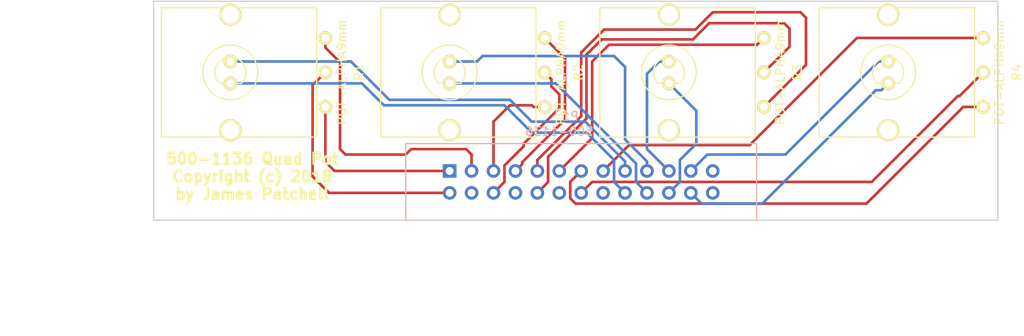
<source format=kicad_pcb>
(kicad_pcb (version 20171130) (host pcbnew "(5.0.1)-3")

  (general
    (thickness 1.6)
    (drawings 7)
    (tracks 126)
    (zones 0)
    (modules 5)
    (nets 21)
  )

  (page A)
  (title_block
    (title 500-1036)
  )

  (layers
    (0 F.Cu signal)
    (31 B.Cu signal)
    (32 B.Adhes user)
    (33 F.Adhes user)
    (34 B.Paste user)
    (35 F.Paste user)
    (36 B.SilkS user)
    (37 F.SilkS user)
    (38 B.Mask user)
    (39 F.Mask user)
    (40 Dwgs.User user)
    (41 Cmts.User user)
    (42 Eco1.User user)
    (43 Eco2.User user)
    (44 Edge.Cuts user)
    (45 Margin user)
    (46 B.CrtYd user)
    (47 F.CrtYd user)
    (48 B.Fab user)
    (49 F.Fab user)
  )

  (setup
    (last_trace_width 0.3048)
    (trace_clearance 0.3048)
    (zone_clearance 0.508)
    (zone_45_only no)
    (trace_min 0.2)
    (segment_width 0.2)
    (edge_width 0.15)
    (via_size 1.5748)
    (via_drill 0.9144)
    (via_min_size 0.4)
    (via_min_drill 0.3)
    (uvia_size 0.3)
    (uvia_drill 0.1)
    (uvias_allowed no)
    (uvia_min_size 0.2)
    (uvia_min_drill 0.1)
    (pcb_text_width 0.3)
    (pcb_text_size 1.5 1.5)
    (mod_edge_width 0.15)
    (mod_text_size 1 1)
    (mod_text_width 0.15)
    (pad_size 1.524 1.524)
    (pad_drill 0.762)
    (pad_to_mask_clearance 0.051)
    (solder_mask_min_width 0.25)
    (aux_axis_origin 0 0)
    (visible_elements FFFFFF7F)
    (pcbplotparams
      (layerselection 0x010f0_ffffffff)
      (usegerberextensions false)
      (usegerberattributes false)
      (usegerberadvancedattributes false)
      (creategerberjobfile false)
      (excludeedgelayer true)
      (linewidth 0.100000)
      (plotframeref false)
      (viasonmask false)
      (mode 1)
      (useauxorigin false)
      (hpglpennumber 1)
      (hpglpenspeed 20)
      (hpglpendiameter 15.000000)
      (psnegative false)
      (psa4output false)
      (plotreference true)
      (plotvalue true)
      (plotinvisibletext false)
      (padsonsilk false)
      (subtractmaskfromsilk false)
      (outputformat 1)
      (mirror false)
      (drillshape 0)
      (scaleselection 1)
      (outputdirectory "CAM/"))
  )

  (net 0 "")
  (net 1 "Net-(P1-Pad1)")
  (net 2 "Net-(P1-Pad2)")
  (net 3 "Net-(P1-Pad3)")
  (net 4 "Net-(P1-Pad5)")
  (net 5 "Net-(P1-Pad6)")
  (net 6 "Net-(P1-Pad7)")
  (net 7 "Net-(P1-Pad9)")
  (net 8 "Net-(P1-Pad10)")
  (net 9 "Net-(P1-Pad11)")
  (net 10 "Net-(P1-Pad13)")
  (net 11 "Net-(P1-Pad14)")
  (net 12 "Net-(P1-Pad15)")
  (net 13 "Net-(P1-Pad17)")
  (net 14 "Net-(P1-Pad18)")
  (net 15 "Net-(P1-Pad19)")
  (net 16 "Net-(P1-Pad20)")
  (net 17 "Net-(P1-Pad21)")
  (net 18 "Net-(P1-Pad22)")
  (net 19 "Net-(P1-Pad23)")
  (net 20 "Net-(P1-Pad24)")

  (net_class Default "This is the default net class."
    (clearance 0.3048)
    (trace_width 0.3048)
    (via_dia 1.5748)
    (via_drill 0.9144)
    (uvia_dia 0.3)
    (uvia_drill 0.1)
    (add_net "Net-(P1-Pad1)")
    (add_net "Net-(P1-Pad10)")
    (add_net "Net-(P1-Pad11)")
    (add_net "Net-(P1-Pad13)")
    (add_net "Net-(P1-Pad14)")
    (add_net "Net-(P1-Pad15)")
    (add_net "Net-(P1-Pad17)")
    (add_net "Net-(P1-Pad18)")
    (add_net "Net-(P1-Pad19)")
    (add_net "Net-(P1-Pad2)")
    (add_net "Net-(P1-Pad20)")
    (add_net "Net-(P1-Pad21)")
    (add_net "Net-(P1-Pad22)")
    (add_net "Net-(P1-Pad23)")
    (add_net "Net-(P1-Pad24)")
    (add_net "Net-(P1-Pad3)")
    (add_net "Net-(P1-Pad5)")
    (add_net "Net-(P1-Pad6)")
    (add_net "Net-(P1-Pad7)")
    (add_net "Net-(P1-Pad9)")
  )

  (module FootPrints:IDC13x2_Vert (layer B.Cu) (tedit 5BCD04E3) (tstamp 5BE13CDD)
    (at 166.37 140.335)
    (path /5BE2A27D)
    (fp_text reference P1 (at 0 -7.62) (layer B.SilkS)
      (effects (font (size 1 1) (thickness 0.15)) (justify mirror))
    )
    (fp_text value 500-1136 (at -1.27 -5.85) (layer B.SilkS)
      (effects (font (size 1 1) (thickness 0.15)) (justify mirror))
    )
    (fp_line (start -19.05 4.445) (end 13.97 4.445) (layer B.SilkS) (width 0.15))
    (fp_line (start 21.59 4.445) (end 21.59 -4.445) (layer B.SilkS) (width 0.15))
    (fp_line (start 13.97 -4.445) (end -18.415 -4.445) (layer B.SilkS) (width 0.15))
    (fp_line (start -18.415 -4.445) (end -19.05 -4.445) (layer B.SilkS) (width 0.15))
    (fp_line (start -19.05 -4.445) (end -19.05 4.445) (layer B.SilkS) (width 0.15))
    (fp_line (start -19.05 4.445) (end -18.415 4.445) (layer B.SilkS) (width 0.15))
    (fp_line (start 13.97 -4.445) (end 21.59 -4.445) (layer B.SilkS) (width 0.15))
    (fp_line (start 13.97 4.445) (end 21.59 4.445) (layer B.SilkS) (width 0.15))
    (pad 1 thru_hole rect (at -13.97 -1.27) (size 1.5748 1.5748) (drill 0.9144) (layers *.Cu *.Mask)
      (net 1 "Net-(P1-Pad1)"))
    (pad 2 thru_hole circle (at -13.97 1.27) (size 1.5748 1.5748) (drill 0.9144) (layers *.Cu *.Mask)
      (net 2 "Net-(P1-Pad2)"))
    (pad 3 thru_hole circle (at -11.43 -1.27) (size 1.5748 1.5748) (drill 0.9144) (layers *.Cu *.Mask)
      (net 3 "Net-(P1-Pad3)"))
    (pad 4 thru_hole circle (at -11.43 1.27) (size 1.5748 1.5748) (drill 0.9144) (layers *.Cu *.Mask))
    (pad 5 thru_hole circle (at -8.89 -1.27) (size 1.5748 1.5748) (drill 0.9144) (layers *.Cu *.Mask)
      (net 4 "Net-(P1-Pad5)"))
    (pad 6 thru_hole circle (at -8.89 1.27) (size 1.5748 1.5748) (drill 0.9144) (layers *.Cu *.Mask)
      (net 5 "Net-(P1-Pad6)"))
    (pad 7 thru_hole circle (at -6.35 -1.27) (size 1.5748 1.5748) (drill 0.9144) (layers *.Cu *.Mask)
      (net 6 "Net-(P1-Pad7)"))
    (pad 8 thru_hole circle (at -6.35 1.27) (size 1.5748 1.5748) (drill 0.9144) (layers *.Cu *.Mask))
    (pad 9 thru_hole circle (at -3.81 -1.27) (size 1.5748 1.5748) (drill 0.9144) (layers *.Cu *.Mask)
      (net 7 "Net-(P1-Pad9)"))
    (pad 10 thru_hole circle (at -3.81 1.27) (size 1.5748 1.5748) (drill 0.9144) (layers *.Cu *.Mask)
      (net 8 "Net-(P1-Pad10)"))
    (pad 11 thru_hole circle (at -1.27 -1.27) (size 1.5748 1.5748) (drill 0.9144) (layers *.Cu *.Mask)
      (net 9 "Net-(P1-Pad11)"))
    (pad 12 thru_hole circle (at -1.27 1.27) (size 1.5748 1.5748) (drill 0.9144) (layers *.Cu *.Mask))
    (pad 13 thru_hole circle (at 1.27 -1.27) (size 1.5748 1.5748) (drill 0.9144) (layers *.Cu *.Mask)
      (net 10 "Net-(P1-Pad13)"))
    (pad 14 thru_hole circle (at 1.27 1.27) (size 1.5748 1.5748) (drill 0.9144) (layers *.Cu *.Mask)
      (net 11 "Net-(P1-Pad14)"))
    (pad 15 thru_hole circle (at 3.81 -1.27) (size 1.5748 1.5748) (drill 0.9144) (layers *.Cu *.Mask)
      (net 12 "Net-(P1-Pad15)"))
    (pad 16 thru_hole circle (at 3.81 1.27) (size 1.5748 1.5748) (drill 0.9144) (layers *.Cu *.Mask))
    (pad 17 thru_hole circle (at 6.35 -1.27) (size 1.5748 1.5748) (drill 0.9144) (layers *.Cu *.Mask)
      (net 13 "Net-(P1-Pad17)"))
    (pad 18 thru_hole circle (at 6.35 1.27) (size 1.5748 1.5748) (drill 0.9144) (layers *.Cu *.Mask)
      (net 14 "Net-(P1-Pad18)"))
    (pad 19 thru_hole circle (at 8.89 -1.27) (size 1.5748 1.5748) (drill 0.9144) (layers *.Cu *.Mask)
      (net 15 "Net-(P1-Pad19)"))
    (pad 20 thru_hole circle (at 8.89 1.27) (size 1.5748 1.5748) (drill 0.9144) (layers *.Cu *.Mask)
      (net 16 "Net-(P1-Pad20)"))
    (pad 21 thru_hole circle (at 11.43 -1.27) (size 1.5748 1.5748) (drill 0.9144) (layers *.Cu *.Mask)
      (net 17 "Net-(P1-Pad21)"))
    (pad 22 thru_hole circle (at 11.43 1.27) (size 1.5748 1.5748) (drill 0.9144) (layers *.Cu *.Mask)
      (net 18 "Net-(P1-Pad22)"))
    (pad 23 thru_hole circle (at 13.97 -1.27) (size 1.5748 1.5748) (drill 0.9144) (layers *.Cu *.Mask)
      (net 19 "Net-(P1-Pad23)"))
    (pad 24 thru_hole circle (at 13.97 1.27) (size 1.5748 1.5748) (drill 0.9144) (layers *.Cu *.Mask)
      (net 20 "Net-(P1-Pad24)"))
    (pad 25 thru_hole circle (at 16.51 -1.27) (size 1.5748 1.5748) (drill 0.9144) (layers *.Cu *.Mask))
    (pad 26 thru_hole circle (at 16.51 1.27) (size 1.5748 1.5748) (drill 0.9144) (layers *.Cu *.Mask))
  )

  (module FootPrints:Alpha14mmPotWithLED (layer F.Cu) (tedit 56A65B8A) (tstamp 5BE13C92)
    (at 127 127.635 90)
    (path /5BE2A3B2)
    (fp_text reference R1 (at 0 14.9 90) (layer F.SilkS)
      (effects (font (size 1 1) (thickness 0.15)))
    )
    (fp_text value POT-ALPHA9mm (at 0 12.9 90) (layer F.SilkS)
      (effects (font (size 1 1) (thickness 0.15)))
    )
    (fp_arc (start 0 0) (end 1.27 1.27) (angle 90) (layer F.SilkS) (width 0.15))
    (fp_arc (start 0 0) (end 1.27 -1.27) (angle 90) (layer F.SilkS) (width 0.15))
    (fp_arc (start 0 0) (end -1.27 -1.27) (angle 90) (layer F.SilkS) (width 0.15))
    (fp_line (start -1.27 -1.27) (end -1.27 1.27) (layer F.SilkS) (width 0.15))
    (fp_circle (center 0 0) (end 3.175 0) (layer F.SilkS) (width 0.15))
    (fp_line (start -7.5 10) (end 7.5 10) (layer F.SilkS) (width 0.15))
    (fp_line (start 7.5 10) (end 7.5 -8) (layer F.SilkS) (width 0.15))
    (fp_line (start 7.5 -8) (end -7.5 -8) (layer F.SilkS) (width 0.15))
    (fp_line (start -7.5 -8) (end -7.5 10) (layer F.SilkS) (width 0.15))
    (pad "" thru_hole circle (at -6.7 0 90) (size 2.54 2.54) (drill 2.032) (layers *.Cu *.Mask F.SilkS))
    (pad "" thru_hole circle (at 6.7 0 90) (size 2.54 2.54) (drill 2.032) (layers *.Cu *.Mask F.SilkS))
    (pad 4 thru_hole circle (at -1.27 0 90) (size 1.5748 1.5748) (drill 0.9144) (layers *.Cu *.Mask F.SilkS)
      (net 14 "Net-(P1-Pad18)"))
    (pad 5 thru_hole circle (at 1.27 0 90) (size 1.5748 1.5748) (drill 0.9144) (layers *.Cu *.Mask F.SilkS)
      (net 13 "Net-(P1-Pad17)"))
    (pad 2 thru_hole circle (at 0 11 90) (size 1.5748 1.5748) (drill 0.9144) (layers *.Cu *.Mask F.SilkS)
      (net 2 "Net-(P1-Pad2)"))
    (pad 3 thru_hole circle (at 4 11 90) (size 1.5748 1.5748) (drill 0.9144) (layers *.Cu *.Mask F.SilkS)
      (net 3 "Net-(P1-Pad3)"))
    (pad 1 thru_hole circle (at -4 11 90) (size 1.5748 1.5748) (drill 0.9144) (layers *.Cu *.Mask F.SilkS)
      (net 1 "Net-(P1-Pad1)"))
  )

  (module FootPrints:Alpha14mmPotWithLED (layer F.Cu) (tedit 56A65B8A) (tstamp 5BE13C59)
    (at 152.4 127.635 90)
    (path /5BE2A593)
    (fp_text reference R2 (at 0 14.9 90) (layer F.SilkS)
      (effects (font (size 1 1) (thickness 0.15)))
    )
    (fp_text value POT-ALPHA9mm (at 0 12.9 90) (layer F.SilkS)
      (effects (font (size 1 1) (thickness 0.15)))
    )
    (fp_line (start -7.5 -8) (end -7.5 10) (layer F.SilkS) (width 0.15))
    (fp_line (start 7.5 -8) (end -7.5 -8) (layer F.SilkS) (width 0.15))
    (fp_line (start 7.5 10) (end 7.5 -8) (layer F.SilkS) (width 0.15))
    (fp_line (start -7.5 10) (end 7.5 10) (layer F.SilkS) (width 0.15))
    (fp_circle (center 0 0) (end 3.175 0) (layer F.SilkS) (width 0.15))
    (fp_line (start -1.27 -1.27) (end -1.27 1.27) (layer F.SilkS) (width 0.15))
    (fp_arc (start 0 0) (end -1.27 -1.27) (angle 90) (layer F.SilkS) (width 0.15))
    (fp_arc (start 0 0) (end 1.27 -1.27) (angle 90) (layer F.SilkS) (width 0.15))
    (fp_arc (start 0 0) (end 1.27 1.27) (angle 90) (layer F.SilkS) (width 0.15))
    (pad 1 thru_hole circle (at -4 11 90) (size 1.5748 1.5748) (drill 0.9144) (layers *.Cu *.Mask F.SilkS)
      (net 4 "Net-(P1-Pad5)"))
    (pad 3 thru_hole circle (at 4 11 90) (size 1.5748 1.5748) (drill 0.9144) (layers *.Cu *.Mask F.SilkS)
      (net 6 "Net-(P1-Pad7)"))
    (pad 2 thru_hole circle (at 0 11 90) (size 1.5748 1.5748) (drill 0.9144) (layers *.Cu *.Mask F.SilkS)
      (net 5 "Net-(P1-Pad6)"))
    (pad 5 thru_hole circle (at 1.27 0 90) (size 1.5748 1.5748) (drill 0.9144) (layers *.Cu *.Mask F.SilkS)
      (net 15 "Net-(P1-Pad19)"))
    (pad 4 thru_hole circle (at -1.27 0 90) (size 1.5748 1.5748) (drill 0.9144) (layers *.Cu *.Mask F.SilkS)
      (net 16 "Net-(P1-Pad20)"))
    (pad "" thru_hole circle (at 6.7 0 90) (size 2.54 2.54) (drill 2.032) (layers *.Cu *.Mask F.SilkS))
    (pad "" thru_hole circle (at -6.7 0 90) (size 2.54 2.54) (drill 2.032) (layers *.Cu *.Mask F.SilkS))
  )

  (module FootPrints:Alpha14mmPotWithLED (layer F.Cu) (tedit 56A65B8A) (tstamp 5BE13C20)
    (at 177.8 127.635 90)
    (path /5BE2A8F4)
    (fp_text reference R3 (at 0 14.9 90) (layer F.SilkS)
      (effects (font (size 1 1) (thickness 0.15)))
    )
    (fp_text value POT-ALPHA9mm (at 0 12.9 90) (layer F.SilkS)
      (effects (font (size 1 1) (thickness 0.15)))
    )
    (fp_arc (start 0 0) (end 1.27 1.27) (angle 90) (layer F.SilkS) (width 0.15))
    (fp_arc (start 0 0) (end 1.27 -1.27) (angle 90) (layer F.SilkS) (width 0.15))
    (fp_arc (start 0 0) (end -1.27 -1.27) (angle 90) (layer F.SilkS) (width 0.15))
    (fp_line (start -1.27 -1.27) (end -1.27 1.27) (layer F.SilkS) (width 0.15))
    (fp_circle (center 0 0) (end 3.175 0) (layer F.SilkS) (width 0.15))
    (fp_line (start -7.5 10) (end 7.5 10) (layer F.SilkS) (width 0.15))
    (fp_line (start 7.5 10) (end 7.5 -8) (layer F.SilkS) (width 0.15))
    (fp_line (start 7.5 -8) (end -7.5 -8) (layer F.SilkS) (width 0.15))
    (fp_line (start -7.5 -8) (end -7.5 10) (layer F.SilkS) (width 0.15))
    (pad "" thru_hole circle (at -6.7 0 90) (size 2.54 2.54) (drill 2.032) (layers *.Cu *.Mask F.SilkS))
    (pad "" thru_hole circle (at 6.7 0 90) (size 2.54 2.54) (drill 2.032) (layers *.Cu *.Mask F.SilkS))
    (pad 4 thru_hole circle (at -1.27 0 90) (size 1.5748 1.5748) (drill 0.9144) (layers *.Cu *.Mask F.SilkS)
      (net 18 "Net-(P1-Pad22)"))
    (pad 5 thru_hole circle (at 1.27 0 90) (size 1.5748 1.5748) (drill 0.9144) (layers *.Cu *.Mask F.SilkS)
      (net 17 "Net-(P1-Pad21)"))
    (pad 2 thru_hole circle (at 0 11 90) (size 1.5748 1.5748) (drill 0.9144) (layers *.Cu *.Mask F.SilkS)
      (net 8 "Net-(P1-Pad10)"))
    (pad 3 thru_hole circle (at 4 11 90) (size 1.5748 1.5748) (drill 0.9144) (layers *.Cu *.Mask F.SilkS)
      (net 9 "Net-(P1-Pad11)"))
    (pad 1 thru_hole circle (at -4 11 90) (size 1.5748 1.5748) (drill 0.9144) (layers *.Cu *.Mask F.SilkS)
      (net 7 "Net-(P1-Pad9)"))
  )

  (module FootPrints:Alpha14mmPotWithLED (layer F.Cu) (tedit 56A65B8A) (tstamp 5BE13E71)
    (at 203.2 127.635 90)
    (path /5BE2A900)
    (fp_text reference R4 (at 0 14.9 90) (layer F.SilkS)
      (effects (font (size 1 1) (thickness 0.15)))
    )
    (fp_text value POT-ALPHA9mm (at 0 12.9 90) (layer F.SilkS)
      (effects (font (size 1 1) (thickness 0.15)))
    )
    (fp_line (start -7.5 -8) (end -7.5 10) (layer F.SilkS) (width 0.15))
    (fp_line (start 7.5 -8) (end -7.5 -8) (layer F.SilkS) (width 0.15))
    (fp_line (start 7.5 10) (end 7.5 -8) (layer F.SilkS) (width 0.15))
    (fp_line (start -7.5 10) (end 7.5 10) (layer F.SilkS) (width 0.15))
    (fp_circle (center 0 0) (end 3.175 0) (layer F.SilkS) (width 0.15))
    (fp_line (start -1.27 -1.27) (end -1.27 1.27) (layer F.SilkS) (width 0.15))
    (fp_arc (start 0 0) (end -1.27 -1.27) (angle 90) (layer F.SilkS) (width 0.15))
    (fp_arc (start 0 0) (end 1.27 -1.27) (angle 90) (layer F.SilkS) (width 0.15))
    (fp_arc (start 0 0) (end 1.27 1.27) (angle 90) (layer F.SilkS) (width 0.15))
    (pad 1 thru_hole circle (at -4 11 90) (size 1.5748 1.5748) (drill 0.9144) (layers *.Cu *.Mask F.SilkS)
      (net 10 "Net-(P1-Pad13)"))
    (pad 3 thru_hole circle (at 4 11 90) (size 1.5748 1.5748) (drill 0.9144) (layers *.Cu *.Mask F.SilkS)
      (net 12 "Net-(P1-Pad15)"))
    (pad 2 thru_hole circle (at 0 11 90) (size 1.5748 1.5748) (drill 0.9144) (layers *.Cu *.Mask F.SilkS)
      (net 11 "Net-(P1-Pad14)"))
    (pad 5 thru_hole circle (at 1.27 0 90) (size 1.5748 1.5748) (drill 0.9144) (layers *.Cu *.Mask F.SilkS)
      (net 19 "Net-(P1-Pad23)"))
    (pad 4 thru_hole circle (at -1.27 0 90) (size 1.5748 1.5748) (drill 0.9144) (layers *.Cu *.Mask F.SilkS)
      (net 20 "Net-(P1-Pad24)"))
    (pad "" thru_hole circle (at 6.7 0 90) (size 2.54 2.54) (drill 2.032) (layers *.Cu *.Mask F.SilkS))
    (pad "" thru_hole circle (at -6.7 0 90) (size 2.54 2.54) (drill 2.032) (layers *.Cu *.Mask F.SilkS))
  )

  (gr_text "500-1136 Quad Pot\nCopyright (c) 2018\nby James Patchell" (at 129.54 139.7) (layer F.SilkS)
    (effects (font (size 1.27 1.27) (thickness 0.3)))
  )
  (dimension 97.79 (width 0.3) (layer F.Fab)
    (gr_text "3.8500 in" (at 167.005 159.58) (layer F.Fab)
      (effects (font (size 1.5 1.5) (thickness 0.3)))
    )
    (feature1 (pts (xy 215.9 146.05) (xy 215.9 158.066421)))
    (feature2 (pts (xy 118.11 146.05) (xy 118.11 158.066421)))
    (crossbar (pts (xy 118.11 157.48) (xy 215.9 157.48)))
    (arrow1a (pts (xy 215.9 157.48) (xy 214.773496 158.066421)))
    (arrow1b (pts (xy 215.9 157.48) (xy 214.773496 156.893579)))
    (arrow2a (pts (xy 118.11 157.48) (xy 119.236504 158.066421)))
    (arrow2b (pts (xy 118.11 157.48) (xy 119.236504 156.893579)))
  )
  (dimension 25.4 (width 0.3) (layer F.Fab)
    (gr_text "1.0000 in" (at 105.85 132.08 270) (layer F.Fab)
      (effects (font (size 1.5 1.5) (thickness 0.3)))
    )
    (feature1 (pts (xy 116.84 144.78) (xy 107.363579 144.78)))
    (feature2 (pts (xy 116.84 119.38) (xy 107.363579 119.38)))
    (crossbar (pts (xy 107.95 119.38) (xy 107.95 144.78)))
    (arrow1a (pts (xy 107.95 144.78) (xy 107.363579 143.653496)))
    (arrow1b (pts (xy 107.95 144.78) (xy 108.536421 143.653496)))
    (arrow2a (pts (xy 107.95 119.38) (xy 107.363579 120.506504)))
    (arrow2b (pts (xy 107.95 119.38) (xy 108.536421 120.506504)))
  )
  (gr_line (start 118.11 144.78) (end 118.11 119.38) (layer Edge.Cuts) (width 0.15))
  (gr_line (start 215.9 144.78) (end 118.11 144.78) (layer Edge.Cuts) (width 0.15))
  (gr_line (start 215.9 119.38) (end 215.9 144.78) (layer Edge.Cuts) (width 0.15))
  (gr_line (start 118.11 119.38) (end 215.9 119.38) (layer Edge.Cuts) (width 0.15))

  (segment (start 152.4 139.065) (end 139.065 139.065) (width 0.3048) (layer F.Cu) (net 1))
  (segment (start 138 138) (end 138 131.635) (width 0.3048) (layer F.Cu) (net 1))
  (segment (start 139.065 139.065) (end 138 138) (width 0.3048) (layer F.Cu) (net 1))
  (segment (start 152.4 141.605) (end 138.43 141.605) (width 0.3048) (layer F.Cu) (net 2))
  (segment (start 138.43 141.605) (end 136.525 139.7) (width 0.3048) (layer F.Cu) (net 2))
  (segment (start 136.525 129.11) (end 138 127.635) (width 0.3048) (layer F.Cu) (net 2))
  (segment (start 136.525 139.7) (end 136.525 129.11) (width 0.3048) (layer F.Cu) (net 2))
  (segment (start 154.94 137.16) (end 154.94 139.065) (width 0.3048) (layer F.Cu) (net 3))
  (segment (start 154.305 136.525) (end 154.94 137.16) (width 0.3048) (layer F.Cu) (net 3))
  (segment (start 138 123.635) (end 138 124.748551) (width 0.3048) (layer F.Cu) (net 3))
  (segment (start 138 124.748551) (end 139.7 126.448551) (width 0.3048) (layer F.Cu) (net 3))
  (segment (start 139.7 126.448551) (end 139.7 136.525) (width 0.3048) (layer F.Cu) (net 3))
  (segment (start 139.7 136.525) (end 140.335 137.16) (width 0.3048) (layer F.Cu) (net 3))
  (segment (start 147.955 136.525) (end 154.305 136.525) (width 0.3048) (layer F.Cu) (net 3))
  (segment (start 140.335 137.16) (end 147.32 137.16) (width 0.3048) (layer F.Cu) (net 3))
  (segment (start 147.32 137.16) (end 147.955 136.525) (width 0.3048) (layer F.Cu) (net 3))
  (segment (start 157.48 139.065) (end 157.48 133.35) (width 0.3048) (layer F.Cu) (net 4))
  (segment (start 157.48 133.35) (end 159.385 131.445) (width 0.3048) (layer F.Cu) (net 4))
  (segment (start 159.385 131.445) (end 161.925 131.445) (width 0.3048) (layer F.Cu) (net 4))
  (segment (start 162.115 131.635) (end 163.4 131.635) (width 0.3048) (layer F.Cu) (net 4))
  (segment (start 161.925 131.445) (end 162.115 131.635) (width 0.3048) (layer F.Cu) (net 4))
  (segment (start 164.187399 128.422399) (end 164.187399 129.262399) (width 0.3048) (layer F.Cu) (net 5))
  (segment (start 163.4 127.635) (end 164.187399 128.422399) (width 0.3048) (layer F.Cu) (net 5))
  (segment (start 164.187399 129.262399) (end 165.1 130.175) (width 0.3048) (layer F.Cu) (net 5))
  (segment (start 165.1 131.77701) (end 160.98701 135.89) (width 0.3048) (layer F.Cu) (net 5))
  (segment (start 165.1 130.175) (end 165.1 131.77701) (width 0.3048) (layer F.Cu) (net 5))
  (segment (start 160.98701 135.89) (end 160.98701 136.19299) (width 0.3048) (layer F.Cu) (net 5))
  (segment (start 160.98701 136.19299) (end 158.75 138.43) (width 0.3048) (layer F.Cu) (net 5))
  (segment (start 158.75 140.335) (end 157.48 141.605) (width 0.3048) (layer F.Cu) (net 5))
  (segment (start 158.75 138.43) (end 158.75 140.335) (width 0.3048) (layer F.Cu) (net 5))
  (segment (start 163.4 123.635) (end 165.76039 125.99539) (width 0.3048) (layer F.Cu) (net 6))
  (segment (start 160.807399 138.050481) (end 160.807399 138.277601) (width 0.3048) (layer F.Cu) (net 6))
  (segment (start 165.76039 125.99539) (end 165.76039 133.09749) (width 0.3048) (layer F.Cu) (net 6))
  (segment (start 160.807399 138.277601) (end 160.02 139.065) (width 0.3048) (layer F.Cu) (net 6))
  (segment (start 165.76039 133.09749) (end 160.807399 138.050481) (width 0.3048) (layer F.Cu) (net 6))
  (segment (start 162.56 137.795) (end 162.56 139.065) (width 0.3048) (layer F.Cu) (net 7))
  (segment (start 167.64 132.715) (end 162.56 137.795) (width 0.3048) (layer F.Cu) (net 7))
  (segment (start 167.64 125.309402) (end 167.64 132.715) (width 0.3048) (layer F.Cu) (net 7))
  (segment (start 170.287201 122.662201) (end 167.64 125.309402) (width 0.3048) (layer F.Cu) (net 7))
  (segment (start 193.675 126.76) (end 193.675 121.285) (width 0.3048) (layer F.Cu) (net 7))
  (segment (start 193.675 121.285) (end 193.04 120.65) (width 0.3048) (layer F.Cu) (net 7))
  (segment (start 188.8 131.635) (end 193.675 126.76) (width 0.3048) (layer F.Cu) (net 7))
  (segment (start 193.04 120.65) (end 182.88 120.65) (width 0.3048) (layer F.Cu) (net 7))
  (segment (start 182.88 120.65) (end 180.867799 122.662201) (width 0.3048) (layer F.Cu) (net 7))
  (segment (start 180.867799 122.662201) (end 170.287201 122.662201) (width 0.3048) (layer F.Cu) (net 7))
  (segment (start 188.8 127.635) (end 191.77 124.665) (width 0.3048) (layer F.Cu) (net 8))
  (segment (start 180.592509 123.799611) (end 170.011911 123.799611) (width 0.3048) (layer F.Cu) (net 8))
  (segment (start 170.011911 123.799611) (end 168.24961 125.561912) (width 0.3048) (layer F.Cu) (net 8))
  (segment (start 163.804601 137.412519) (end 163.804601 140.360399) (width 0.3048) (layer F.Cu) (net 8))
  (segment (start 163.347399 140.817601) (end 162.56 141.605) (width 0.3048) (layer F.Cu) (net 8))
  (segment (start 163.804601 140.360399) (end 163.347399 140.817601) (width 0.3048) (layer F.Cu) (net 8))
  (segment (start 191.135 121.92) (end 182.47212 121.92) (width 0.3048) (layer F.Cu) (net 8))
  (segment (start 168.24961 125.561912) (end 168.24961 132.96751) (width 0.3048) (layer F.Cu) (net 8))
  (segment (start 182.47212 121.92) (end 180.592509 123.799611) (width 0.3048) (layer F.Cu) (net 8))
  (segment (start 191.77 122.555) (end 191.135 121.92) (width 0.3048) (layer F.Cu) (net 8))
  (segment (start 191.77 124.665) (end 191.77 122.555) (width 0.3048) (layer F.Cu) (net 8))
  (segment (start 168.24961 132.96751) (end 163.804601 137.412519) (width 0.3048) (layer F.Cu) (net 8))
  (segment (start 188.8 123.635) (end 188.012601 124.422399) (width 0.3048) (layer F.Cu) (net 9))
  (segment (start 170.852601 124.422399) (end 168.91 126.365) (width 0.3048) (layer F.Cu) (net 9))
  (segment (start 188.012601 124.422399) (end 170.852601 124.422399) (width 0.3048) (layer F.Cu) (net 9))
  (segment (start 165.887399 138.277601) (end 165.1 139.065) (width 0.3048) (layer F.Cu) (net 9))
  (segment (start 168.91 135.255) (end 165.887399 138.277601) (width 0.3048) (layer F.Cu) (net 9))
  (segment (start 168.91 126.365) (end 168.91 135.255) (width 0.3048) (layer F.Cu) (net 9))
  (segment (start 214.2 131.635) (end 211.9 131.635) (width 0.3048) (layer F.Cu) (net 10))
  (segment (start 200.685399 142.849601) (end 166.979601 142.849601) (width 0.3048) (layer F.Cu) (net 10))
  (segment (start 211.9 131.635) (end 200.685399 142.849601) (width 0.3048) (layer F.Cu) (net 10))
  (segment (start 166.979601 142.849601) (end 166.37 142.24) (width 0.3048) (layer F.Cu) (net 10))
  (segment (start 166.37 140.335) (end 167.64 139.065) (width 0.3048) (layer F.Cu) (net 10))
  (segment (start 166.37 142.24) (end 166.37 140.335) (width 0.3048) (layer F.Cu) (net 10))
  (segment (start 214.2 127.635) (end 211.455 130.38) (width 0.3048) (layer F.Cu) (net 11))
  (segment (start 211.455 130.38) (end 211.25 130.38) (width 0.3048) (layer F.Cu) (net 11))
  (segment (start 211.25 130.38) (end 201.295 140.335) (width 0.3048) (layer F.Cu) (net 11))
  (segment (start 168.91 140.335) (end 167.64 141.605) (width 0.3048) (layer F.Cu) (net 11))
  (segment (start 201.295 140.335) (end 168.91 140.335) (width 0.3048) (layer F.Cu) (net 11))
  (segment (start 214.2 123.635) (end 199.58 123.635) (width 0.3048) (layer F.Cu) (net 12))
  (segment (start 199.58 123.635) (end 187.152799 136.062201) (width 0.3048) (layer F.Cu) (net 12))
  (segment (start 187.152799 136.062201) (end 173.182799 136.062201) (width 0.3048) (layer F.Cu) (net 12))
  (segment (start 170.967399 138.277601) (end 170.18 139.065) (width 0.3048) (layer F.Cu) (net 12))
  (segment (start 173.182799 136.062201) (end 170.967399 138.277601) (width 0.3048) (layer F.Cu) (net 12))
  (segment (start 172.72 139.065) (end 172.72 137.951449) (width 0.3048) (layer B.Cu) (net 13))
  (segment (start 145.415 130.81) (end 140.97 126.365) (width 0.3048) (layer B.Cu) (net 13))
  (segment (start 128.113551 126.365) (end 127 126.365) (width 0.3048) (layer B.Cu) (net 13))
  (segment (start 159.385 130.81) (end 145.415 130.81) (width 0.3048) (layer B.Cu) (net 13))
  (segment (start 161.925 133.35) (end 159.385 130.81) (width 0.3048) (layer B.Cu) (net 13))
  (segment (start 168.118551 133.35) (end 161.925 133.35) (width 0.3048) (layer B.Cu) (net 13))
  (segment (start 172.72 137.951449) (end 168.118551 133.35) (width 0.3048) (layer B.Cu) (net 13))
  (segment (start 140.97 126.365) (end 128.113551 126.365) (width 0.3048) (layer B.Cu) (net 13))
  (segment (start 127 128.905) (end 142.24 128.905) (width 0.3048) (layer B.Cu) (net 14))
  (segment (start 142.24 128.905) (end 144.78 131.445) (width 0.3048) (layer B.Cu) (net 14))
  (segment (start 144.78 131.445) (end 158.75 131.445) (width 0.3048) (layer B.Cu) (net 14))
  (segment (start 158.75 131.445) (end 161.925 134.62) (width 0.3048) (layer B.Cu) (net 14))
  (segment (start 161.925 134.62) (end 168.275 134.62) (width 0.3048) (layer B.Cu) (net 14))
  (segment (start 168.275 134.62) (end 171.45 137.795) (width 0.3048) (layer B.Cu) (net 14))
  (segment (start 171.45 140.335) (end 172.72 141.605) (width 0.3048) (layer B.Cu) (net 14))
  (segment (start 171.45 137.795) (end 171.45 140.335) (width 0.3048) (layer B.Cu) (net 14))
  (segment (start 175.26 137.951449) (end 172.72 135.411449) (width 0.3048) (layer B.Cu) (net 15))
  (segment (start 175.26 139.065) (end 175.26 137.951449) (width 0.3048) (layer B.Cu) (net 15))
  (segment (start 172.72 135.411449) (end 172.72 127) (width 0.3048) (layer B.Cu) (net 15))
  (segment (start 172.72 127) (end 171.45 125.73) (width 0.3048) (layer B.Cu) (net 15))
  (segment (start 171.45 125.73) (end 156.21 125.73) (width 0.3048) (layer B.Cu) (net 15))
  (segment (start 156.21 125.73) (end 155.575 126.365) (width 0.3048) (layer B.Cu) (net 15))
  (segment (start 155.575 126.365) (end 152.4 126.365) (width 0.3048) (layer B.Cu) (net 15))
  (segment (start 173.99 138.20288) (end 164.69212 128.905) (width 0.3048) (layer B.Cu) (net 16))
  (segment (start 153.513551 128.905) (end 152.4 128.905) (width 0.3048) (layer B.Cu) (net 16))
  (segment (start 164.69212 128.905) (end 153.513551 128.905) (width 0.3048) (layer B.Cu) (net 16))
  (segment (start 173.99 140.335) (end 173.99 138.20288) (width 0.3048) (layer B.Cu) (net 16))
  (segment (start 175.26 141.605) (end 173.99 140.335) (width 0.3048) (layer B.Cu) (net 16))
  (segment (start 175.26 136.525) (end 177.8 139.065) (width 0.3048) (layer B.Cu) (net 17))
  (segment (start 175.26 127.791449) (end 175.26 136.525) (width 0.3048) (layer B.Cu) (net 17))
  (segment (start 177.8 126.365) (end 176.686449 126.365) (width 0.3048) (layer B.Cu) (net 17))
  (segment (start 176.686449 126.365) (end 175.26 127.791449) (width 0.3048) (layer B.Cu) (net 17))
  (segment (start 177.8 141.605) (end 179.07 140.335) (width 0.3048) (layer B.Cu) (net 18))
  (segment (start 179.07 140.335) (end 179.07 137.795) (width 0.3048) (layer B.Cu) (net 18))
  (segment (start 179.07 137.795) (end 180.975 135.89) (width 0.3048) (layer B.Cu) (net 18))
  (segment (start 180.975 132.08) (end 177.8 128.905) (width 0.3048) (layer B.Cu) (net 18))
  (segment (start 180.975 135.89) (end 180.975 132.08) (width 0.3048) (layer B.Cu) (net 18))
  (segment (start 202.086449 126.365) (end 191.291449 137.16) (width 0.3048) (layer B.Cu) (net 19))
  (segment (start 203.2 126.365) (end 202.086449 126.365) (width 0.3048) (layer B.Cu) (net 19))
  (segment (start 182.245 137.16) (end 180.34 139.065) (width 0.3048) (layer B.Cu) (net 19))
  (segment (start 191.291449 137.16) (end 182.245 137.16) (width 0.3048) (layer B.Cu) (net 19))
  (segment (start 202.412601 129.692399) (end 201.777601 129.692399) (width 0.3048) (layer B.Cu) (net 20))
  (segment (start 203.2 128.905) (end 202.412601 129.692399) (width 0.3048) (layer B.Cu) (net 20))
  (segment (start 181.127399 142.392399) (end 180.34 141.605) (width 0.3048) (layer B.Cu) (net 20))
  (segment (start 181.584601 142.849601) (end 181.127399 142.392399) (width 0.3048) (layer B.Cu) (net 20))
  (segment (start 188.620399 142.849601) (end 181.584601 142.849601) (width 0.3048) (layer B.Cu) (net 20))
  (segment (start 201.777601 129.692399) (end 188.620399 142.849601) (width 0.3048) (layer B.Cu) (net 20))

)

</source>
